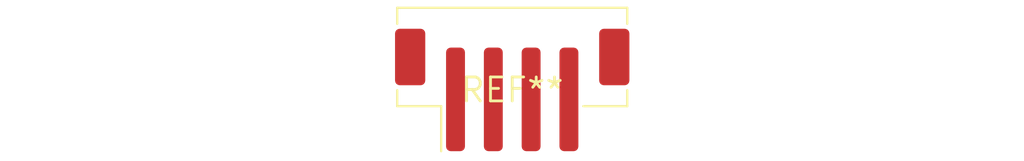
<source format=kicad_pcb>
(kicad_pcb (version 20240108) (generator pcbnew)
  (layers (0 "F.Cu" signal) (31 "B.Cu" signal) (34 "B.Paste" user) (35 "F.Paste" user) (36 "B.SilkS" user "B.Silkscreen") (37 "F.SilkS" user "F.Silkscreen") (38 "B.Mask" user) (39 "F.Mask" user) (44 "Edge.Cuts" user))
  (net 0 "")
  (footprint "JST_PH_B4B-PH-SM4-TB_1x04-1MP_P2.00mm_Vertical" (layer "F.Cu") (at 0 0)
    (property "Reference" "REF**")
    (property "Value" "JST_PH_B4B-PH-SM4-TB_1x04-1MP_P2.00mm_Vertical")
    (fp_line (start -6.085 -4.36) (end 6.085 -4.36) (layer "F.SilkS") (stroke (width 0.12)))
    (fp_line (start -6.085 -3.51) (end -6.085 -4.36) (layer "F.SilkS") (stroke (width 0.12)))
    (fp_line (start -6.085 0.01) (end -6.085 0.86) (layer "F.SilkS") (stroke (width 0.12)))
    (fp_line (start -6.085 0.86) (end -3.76 0.86) (layer "F.SilkS") (stroke (width 0.12)))
    (fp_line (start -3.76 0.86) (end -3.76 3.25) (layer "F.SilkS") (stroke (width 0.12)))
    (fp_line (start 6.085 -4.36) (end 6.085 -3.51) (layer "F.SilkS") (stroke (width 0.12)))
    (fp_line (start 6.085 0.01) (end 6.085 0.86) (layer "F.SilkS") (stroke (width 0.12)))
    (fp_line (start 6.085 0.86) (end 3.76 0.86) (layer "F.SilkS") (stroke (width 0.12)))
    (pad "1" smd roundrect (at -3 0.5) (size 1 5.5) (layers "F.Cu" "F.Paste" "F.Mask"))
    (pad "2" smd roundrect (at -1 0.5) (size 1 5.5) (layers "F.Cu" "F.Paste" "F.Mask"))
    (pad "3" smd roundrect (at 1 0.5) (size 1 5.5) (layers "F.Cu" "F.Paste" "F.Mask"))
    (pad "4" smd roundrect (at 3 0.5) (size 1 5.5) (layers "F.Cu" "F.Paste" "F.Mask"))
    (pad "MP" smd roundrect (at -5.4 -1.75) (size 1.6 3) (layers "F.Cu" "F.Paste" "F.Mask") (roundrect_rratio 0.15625))
    (pad "MP" smd roundrect (at 5.4 -1.75) (size 1.6 3) (layers "F.Cu" "F.Paste" "F.Mask") (roundrect_rratio 0.15625))
  )
)
</source>
